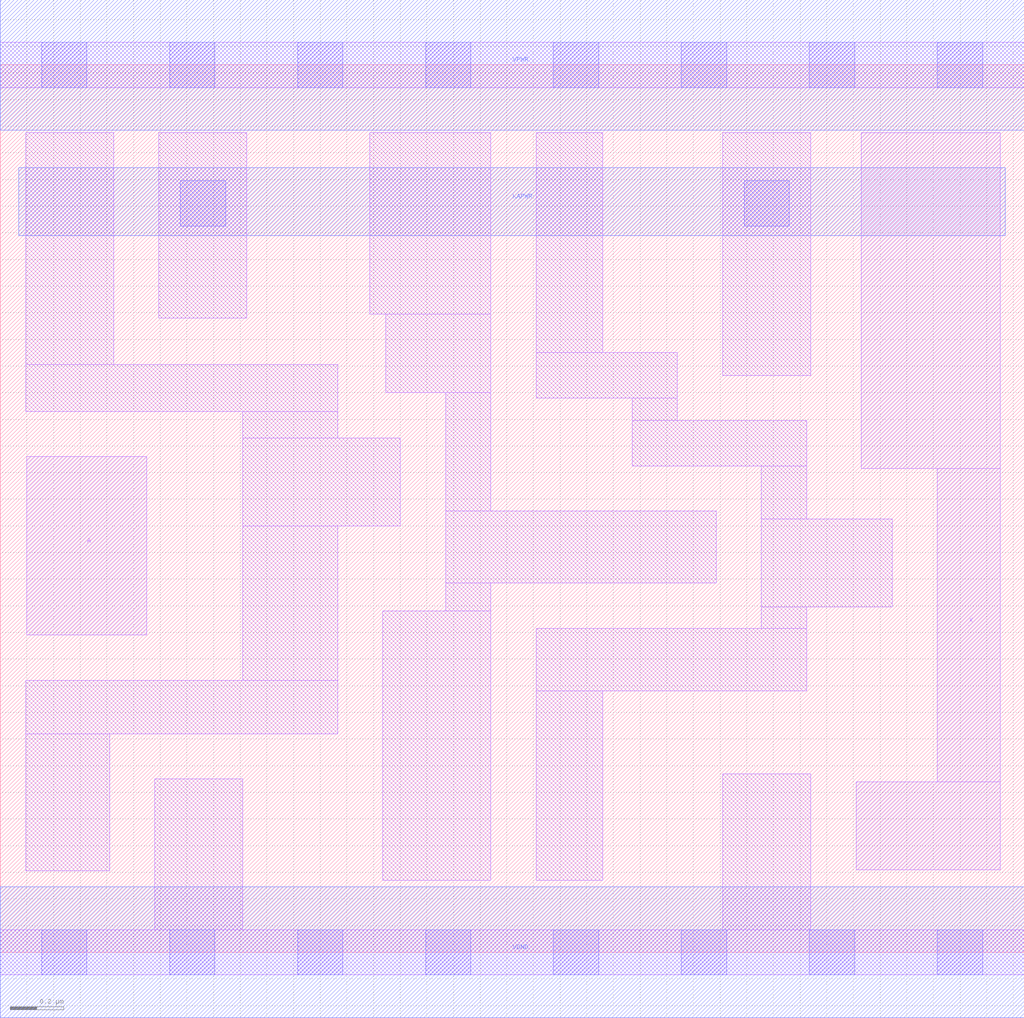
<source format=lef>
# Copyright 2020 The SkyWater PDK Authors
#
# Licensed under the Apache License, Version 2.0 (the "License");
# you may not use this file except in compliance with the License.
# You may obtain a copy of the License at
#
#     https://www.apache.org/licenses/LICENSE-2.0
#
# Unless required by applicable law or agreed to in writing, software
# distributed under the License is distributed on an "AS IS" BASIS,
# WITHOUT WARRANTIES OR CONDITIONS OF ANY KIND, either express or implied.
# See the License for the specific language governing permissions and
# limitations under the License.
#
# SPDX-License-Identifier: Apache-2.0

VERSION 5.7 ;
  NAMESCASESENSITIVE ON ;
  NOWIREEXTENSIONATPIN ON ;
  DIVIDERCHAR "/" ;
  BUSBITCHARS "[]" ;
UNITS
  DATABASE MICRONS 200 ;
END UNITS
MACRO sky130_fd_sc_lp__dlybuf4s15kapwr_1
  CLASS CORE ;
  SOURCE USER ;
  FOREIGN sky130_fd_sc_lp__dlybuf4s15kapwr_1 ;
  ORIGIN  0.000000  0.000000 ;
  SIZE  3.840000 BY  3.330000 ;
  SYMMETRY X Y ;
  SITE unit ;
  PIN A
    ANTENNAGATEAREA  0.252000 ;
    DIRECTION INPUT ;
    USE SIGNAL ;
    PORT
      LAYER li1 ;
        RECT 0.100000 1.190000 0.550000 1.860000 ;
    END
  END A
  PIN X
    ANTENNADIFFAREA  0.445200 ;
    DIRECTION OUTPUT ;
    USE SIGNAL ;
    PORT
      LAYER li1 ;
        RECT 3.210000 0.310000 3.750000 0.640000 ;
        RECT 3.230000 1.815000 3.750000 3.075000 ;
        RECT 3.515000 0.640000 3.750000 1.815000 ;
    END
  END X
  PIN KAPWR
    DIRECTION INOUT ;
    USE POWER ;
    PORT
      LAYER met1 ;
        RECT 0.070000 2.690000 3.770000 2.945000 ;
    END
  END KAPWR
  PIN VGND
    DIRECTION INOUT ;
    USE GROUND ;
    PORT
      LAYER met1 ;
        RECT 0.000000 -0.245000 3.840000 0.245000 ;
    END
  END VGND
  PIN VPWR
    DIRECTION INOUT ;
    USE POWER ;
    PORT
      LAYER met1 ;
        RECT 0.000000 3.085000 3.840000 3.575000 ;
    END
  END VPWR
  OBS
    LAYER li1 ;
      RECT 0.000000 -0.085000 3.840000 0.085000 ;
      RECT 0.000000  3.245000 3.840000 3.415000 ;
      RECT 0.095000  0.305000 0.410000 0.820000 ;
      RECT 0.095000  0.820000 1.265000 1.020000 ;
      RECT 0.095000  2.030000 1.265000 2.205000 ;
      RECT 0.095000  2.205000 0.425000 3.075000 ;
      RECT 0.580000  0.085000 0.910000 0.650000 ;
      RECT 0.595000  2.380000 0.925000 3.075000 ;
      RECT 0.910000  1.020000 1.265000 1.600000 ;
      RECT 0.910000  1.600000 1.500000 1.930000 ;
      RECT 0.910000  1.930000 1.265000 2.030000 ;
      RECT 1.385000  2.395000 1.840000 3.075000 ;
      RECT 1.435000  0.270000 1.840000 1.280000 ;
      RECT 1.445000  2.100000 1.840000 2.395000 ;
      RECT 1.670000  1.280000 1.840000 1.385000 ;
      RECT 1.670000  1.385000 2.685000 1.655000 ;
      RECT 1.670000  1.655000 1.840000 2.100000 ;
      RECT 2.010000  0.270000 2.260000 0.980000 ;
      RECT 2.010000  0.980000 3.025000 1.215000 ;
      RECT 2.010000  2.080000 2.540000 2.250000 ;
      RECT 2.010000  2.250000 2.260000 3.075000 ;
      RECT 2.370000  1.825000 3.025000 1.995000 ;
      RECT 2.370000  1.995000 2.540000 2.080000 ;
      RECT 2.710000  0.085000 3.040000 0.670000 ;
      RECT 2.710000  2.165000 3.040000 3.075000 ;
      RECT 2.855000  1.215000 3.025000 1.295000 ;
      RECT 2.855000  1.295000 3.345000 1.625000 ;
      RECT 2.855000  1.625000 3.025000 1.825000 ;
    LAYER mcon ;
      RECT 0.155000 -0.085000 0.325000 0.085000 ;
      RECT 0.155000  3.245000 0.325000 3.415000 ;
      RECT 0.635000 -0.085000 0.805000 0.085000 ;
      RECT 0.635000  3.245000 0.805000 3.415000 ;
      RECT 0.675000  2.725000 0.845000 2.895000 ;
      RECT 1.115000 -0.085000 1.285000 0.085000 ;
      RECT 1.115000  3.245000 1.285000 3.415000 ;
      RECT 1.595000 -0.085000 1.765000 0.085000 ;
      RECT 1.595000  3.245000 1.765000 3.415000 ;
      RECT 2.075000 -0.085000 2.245000 0.085000 ;
      RECT 2.075000  3.245000 2.245000 3.415000 ;
      RECT 2.555000 -0.085000 2.725000 0.085000 ;
      RECT 2.555000  3.245000 2.725000 3.415000 ;
      RECT 2.790000  2.725000 2.960000 2.895000 ;
      RECT 3.035000 -0.085000 3.205000 0.085000 ;
      RECT 3.035000  3.245000 3.205000 3.415000 ;
      RECT 3.515000 -0.085000 3.685000 0.085000 ;
      RECT 3.515000  3.245000 3.685000 3.415000 ;
  END
END sky130_fd_sc_lp__dlybuf4s15kapwr_1

</source>
